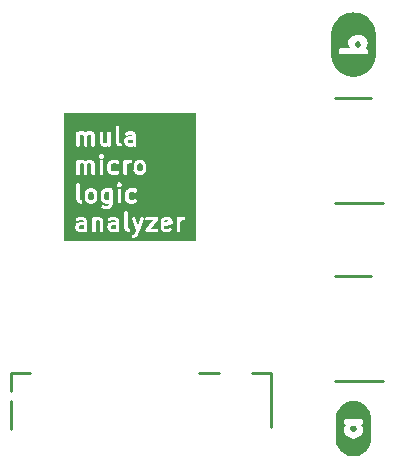
<source format=gbr>
%TF.GenerationSoftware,KiCad,Pcbnew,7.0.5-0*%
%TF.CreationDate,2023-07-31T21:43:18-04:00*%
%TF.ProjectId,carrier-arm14,63617272-6965-4722-9d61-726d31342e6b,rev?*%
%TF.SameCoordinates,Original*%
%TF.FileFunction,Legend,Top*%
%TF.FilePolarity,Positive*%
%FSLAX46Y46*%
G04 Gerber Fmt 4.6, Leading zero omitted, Abs format (unit mm)*
G04 Created by KiCad (PCBNEW 7.0.5-0) date 2023-07-31 21:43:18*
%MOMM*%
%LPD*%
G01*
G04 APERTURE LIST*
%ADD10C,0.300000*%
%ADD11C,0.250000*%
G04 APERTURE END LIST*
D10*
G36*
X129597368Y-82154500D02*
G01*
X129597368Y-82411694D01*
X129569101Y-82425828D01*
X129282777Y-82425828D01*
X129216313Y-82392596D01*
X129183082Y-82326132D01*
X129183082Y-82254094D01*
X129216313Y-82187631D01*
X129282778Y-82154400D01*
X129596434Y-82154400D01*
X129597368Y-82154500D01*
G37*
G36*
X132311654Y-82154500D02*
G01*
X132311654Y-82411694D01*
X132283387Y-82425828D01*
X131997063Y-82425828D01*
X131930599Y-82392596D01*
X131897367Y-82326132D01*
X131897367Y-82254094D01*
X131930599Y-82187631D01*
X131997064Y-82154400D01*
X132310720Y-82154400D01*
X132311654Y-82154500D01*
G37*
G36*
X136778422Y-81759060D02*
G01*
X136804597Y-81811411D01*
X136397368Y-81892857D01*
X136397368Y-81825523D01*
X136430599Y-81759060D01*
X136497065Y-81725828D01*
X136711957Y-81725828D01*
X136778422Y-81759060D01*
G37*
G36*
X131740225Y-79324962D02*
G01*
X131740225Y-79996694D01*
X131711958Y-80010828D01*
X131497063Y-80010828D01*
X131407649Y-79966121D01*
X131370644Y-79929116D01*
X131325939Y-79839703D01*
X131325939Y-79481951D01*
X131370645Y-79392538D01*
X131407649Y-79355534D01*
X131497063Y-79310828D01*
X131711957Y-79310828D01*
X131740225Y-79324962D01*
G37*
G36*
X130372800Y-79355535D02*
G01*
X130409803Y-79392538D01*
X130454510Y-79481952D01*
X130454510Y-79839704D01*
X130409803Y-79929117D01*
X130372798Y-79966122D01*
X130283386Y-80010828D01*
X130139920Y-80010828D01*
X130050506Y-79966121D01*
X130013501Y-79929116D01*
X129968796Y-79839703D01*
X129968796Y-79481951D01*
X130013502Y-79392538D01*
X130050506Y-79355534D01*
X130139920Y-79310828D01*
X130283385Y-79310828D01*
X130372800Y-79355535D01*
G37*
G36*
X134515657Y-76940535D02*
G01*
X134552660Y-76977538D01*
X134597367Y-77066952D01*
X134597367Y-77424703D01*
X134552659Y-77514118D01*
X134515655Y-77551122D01*
X134426243Y-77595828D01*
X134282777Y-77595828D01*
X134193363Y-77551121D01*
X134156358Y-77514116D01*
X134111653Y-77424703D01*
X134111653Y-77066951D01*
X134156359Y-76977538D01*
X134193363Y-76940534D01*
X134282777Y-76895828D01*
X134426242Y-76895828D01*
X134515657Y-76940535D01*
G37*
G36*
X133740224Y-74909500D02*
G01*
X133740225Y-75166694D01*
X133711958Y-75180828D01*
X133425634Y-75180828D01*
X133359170Y-75147596D01*
X133325938Y-75081132D01*
X133325938Y-75009094D01*
X133359170Y-74942631D01*
X133425635Y-74909400D01*
X133739291Y-74909400D01*
X133740224Y-74909500D01*
G37*
G36*
X139092857Y-83439286D02*
G01*
X127885714Y-83439286D01*
X127885714Y-83081337D01*
X133662561Y-83081337D01*
X133690340Y-83164930D01*
X133758904Y-83220234D01*
X133846483Y-83229689D01*
X134011913Y-83146974D01*
X134036575Y-83141610D01*
X134065786Y-83112398D01*
X134096066Y-83084233D01*
X134096792Y-83081392D01*
X134130308Y-83047876D01*
X134155996Y-83029573D01*
X134169024Y-82997002D01*
X134185843Y-82966202D01*
X134185160Y-82956661D01*
X134299980Y-82669611D01*
X134302387Y-82667757D01*
X134305484Y-82659083D01*
X134312089Y-82652661D01*
X134319462Y-82620906D01*
X134323221Y-82611511D01*
X134323492Y-82608662D01*
X134340502Y-82561034D01*
X134806021Y-82561034D01*
X134809584Y-82579481D01*
X134806911Y-82598077D01*
X134817771Y-82621858D01*
X134822730Y-82647523D01*
X134835698Y-82661112D01*
X134843504Y-82678204D01*
X134865497Y-82692338D01*
X134883545Y-82711250D01*
X134901805Y-82715671D01*
X134917609Y-82725828D01*
X134943748Y-82725828D01*
X134969158Y-82731981D01*
X134986911Y-82725828D01*
X135768936Y-82725828D01*
X135831888Y-82707344D01*
X135889573Y-82640771D01*
X135902110Y-82553579D01*
X135865517Y-82473452D01*
X135791412Y-82425828D01*
X135270273Y-82425828D01*
X135756576Y-81806896D01*
X136091938Y-81806896D01*
X136097368Y-81819988D01*
X136097368Y-82036197D01*
X136095188Y-82040035D01*
X136097368Y-82079932D01*
X136097368Y-82353469D01*
X136093507Y-82389229D01*
X136107214Y-82416644D01*
X136115852Y-82446062D01*
X136126563Y-82455343D01*
X136167542Y-82537302D01*
X136167337Y-82543131D01*
X136187058Y-82576335D01*
X136194277Y-82590773D01*
X136198029Y-82594807D01*
X136212320Y-82618868D01*
X136227443Y-82626429D01*
X136238962Y-82638813D01*
X136266079Y-82645747D01*
X136387350Y-82706381D01*
X136417610Y-82725828D01*
X136448262Y-82725828D01*
X136478436Y-82731258D01*
X136491528Y-82725828D01*
X136739292Y-82725828D01*
X136775055Y-82729689D01*
X136802469Y-82715981D01*
X136831888Y-82707344D01*
X136841169Y-82696632D01*
X136976598Y-82628919D01*
X137024638Y-82584233D01*
X137046461Y-82498891D01*
X137018681Y-82415297D01*
X136950117Y-82359994D01*
X136862538Y-82350539D01*
X136711958Y-82425828D01*
X136497063Y-82425828D01*
X136430599Y-82392596D01*
X136397368Y-82326132D01*
X136397368Y-82198798D01*
X136965806Y-82085110D01*
X136983903Y-82087713D01*
X137008140Y-82076644D01*
X137012221Y-82075828D01*
X137027685Y-82067718D01*
X137064030Y-82051120D01*
X137066416Y-82047406D01*
X137070325Y-82045357D01*
X137090057Y-82010620D01*
X137111654Y-81977015D01*
X137111654Y-81972601D01*
X137113834Y-81968764D01*
X137111654Y-81928866D01*
X137111654Y-81878323D01*
X137449080Y-81878323D01*
X137454510Y-81891415D01*
X137454510Y-82597396D01*
X137472994Y-82660348D01*
X137539567Y-82718033D01*
X137626759Y-82730570D01*
X137706886Y-82693977D01*
X137754510Y-82619872D01*
X137754510Y-81896953D01*
X137799217Y-81807538D01*
X137836221Y-81770534D01*
X137925635Y-81725828D01*
X138054650Y-81725828D01*
X138117602Y-81707344D01*
X138175287Y-81640771D01*
X138187824Y-81553579D01*
X138151231Y-81473452D01*
X138077126Y-81425828D01*
X137898300Y-81425828D01*
X137862536Y-81421967D01*
X137835120Y-81435675D01*
X137805705Y-81444312D01*
X137796423Y-81455023D01*
X137731572Y-81487449D01*
X137669453Y-81433623D01*
X137582261Y-81421086D01*
X137502134Y-81457679D01*
X137454510Y-81531784D01*
X137454510Y-81848151D01*
X137449080Y-81878323D01*
X137111654Y-81878323D01*
X137111654Y-81798188D01*
X137115515Y-81762425D01*
X137101806Y-81735009D01*
X137093170Y-81705594D01*
X137082458Y-81696312D01*
X137041479Y-81614356D01*
X137041685Y-81608527D01*
X137021957Y-81575313D01*
X137014743Y-81560884D01*
X137010992Y-81556852D01*
X136996701Y-81532790D01*
X136981577Y-81525228D01*
X136970058Y-81512844D01*
X136942942Y-81505910D01*
X136821677Y-81445278D01*
X136791412Y-81425828D01*
X136760759Y-81425828D01*
X136730587Y-81420398D01*
X136717495Y-81425828D01*
X136469730Y-81425828D01*
X136433966Y-81421967D01*
X136406550Y-81435674D01*
X136377134Y-81444312D01*
X136367852Y-81455023D01*
X136285894Y-81496002D01*
X136280066Y-81495797D01*
X136246861Y-81515518D01*
X136232423Y-81522738D01*
X136228388Y-81526490D01*
X136204329Y-81540781D01*
X136196767Y-81555904D01*
X136184383Y-81567424D01*
X136177449Y-81594540D01*
X136116813Y-81715811D01*
X136097368Y-81746070D01*
X136097368Y-81776721D01*
X136091938Y-81806896D01*
X135756576Y-81806896D01*
X135863087Y-81671337D01*
X135889573Y-81640771D01*
X135893293Y-81614898D01*
X135903000Y-81590622D01*
X135899436Y-81572174D01*
X135902110Y-81553579D01*
X135891249Y-81529797D01*
X135886291Y-81504133D01*
X135873322Y-81490543D01*
X135865517Y-81473452D01*
X135843523Y-81459317D01*
X135825476Y-81440406D01*
X135807215Y-81435984D01*
X135791412Y-81425828D01*
X135765273Y-81425828D01*
X135739863Y-81419675D01*
X135722110Y-81425828D01*
X134940085Y-81425828D01*
X134877133Y-81444312D01*
X134819448Y-81510885D01*
X134806911Y-81598077D01*
X134843504Y-81678204D01*
X134917609Y-81725828D01*
X135438748Y-81725828D01*
X134845933Y-82480318D01*
X134819448Y-82510885D01*
X134815727Y-82536757D01*
X134806021Y-82561034D01*
X134340502Y-82561034D01*
X134681597Y-81605967D01*
X134685363Y-81540466D01*
X134642070Y-81463750D01*
X134564175Y-81422618D01*
X134476408Y-81430129D01*
X134406634Y-81483900D01*
X134175939Y-82129846D01*
X133952803Y-81505066D01*
X133914223Y-81451998D01*
X133832127Y-81420065D01*
X133745798Y-81437584D01*
X133682646Y-81498995D01*
X133662721Y-81584800D01*
X134015586Y-82572821D01*
X133905244Y-82848676D01*
X133872798Y-82881122D01*
X133732423Y-82951309D01*
X133684383Y-82995995D01*
X133662561Y-83081337D01*
X127885714Y-83081337D01*
X127885714Y-82235467D01*
X128877652Y-82235467D01*
X128883082Y-82248559D01*
X128883082Y-82353469D01*
X128879221Y-82389229D01*
X128892928Y-82416644D01*
X128901566Y-82446062D01*
X128912277Y-82455343D01*
X128953256Y-82537302D01*
X128953051Y-82543131D01*
X128972772Y-82576335D01*
X128979991Y-82590773D01*
X128983743Y-82594807D01*
X128998034Y-82618868D01*
X129013157Y-82626429D01*
X129024676Y-82638813D01*
X129051793Y-82645747D01*
X129173064Y-82706381D01*
X129203324Y-82725828D01*
X129233976Y-82725828D01*
X129264150Y-82731258D01*
X129277242Y-82725828D01*
X129596437Y-82725828D01*
X129632197Y-82729689D01*
X129659612Y-82715981D01*
X129674882Y-82711497D01*
X129682425Y-82718033D01*
X129769617Y-82730570D01*
X129849744Y-82693977D01*
X129897368Y-82619872D01*
X129897368Y-82523278D01*
X129903604Y-82498891D01*
X129897368Y-82480126D01*
X129897368Y-81951845D01*
X129903603Y-81927462D01*
X129897368Y-81908699D01*
X129897368Y-81798188D01*
X129901229Y-81762425D01*
X129887520Y-81735009D01*
X129878884Y-81705594D01*
X129868172Y-81696312D01*
X129862742Y-81685453D01*
X130308893Y-81685453D01*
X130311653Y-81724043D01*
X130311653Y-82597396D01*
X130330137Y-82660348D01*
X130396710Y-82718033D01*
X130483902Y-82730570D01*
X130564029Y-82693977D01*
X130611653Y-82619872D01*
X130611653Y-81780817D01*
X130621935Y-81770534D01*
X130711349Y-81725828D01*
X130854814Y-81725828D01*
X130921279Y-81759060D01*
X130954511Y-81825523D01*
X130954511Y-82597396D01*
X130972995Y-82660348D01*
X131039568Y-82718033D01*
X131126760Y-82730570D01*
X131206887Y-82693977D01*
X131254511Y-82619872D01*
X131254511Y-82235467D01*
X131591938Y-82235467D01*
X131597368Y-82248559D01*
X131597368Y-82353469D01*
X131593507Y-82389229D01*
X131607214Y-82416644D01*
X131615852Y-82446062D01*
X131626563Y-82455343D01*
X131667542Y-82537302D01*
X131667337Y-82543131D01*
X131687058Y-82576335D01*
X131694277Y-82590773D01*
X131698029Y-82594807D01*
X131712320Y-82618868D01*
X131727443Y-82626429D01*
X131738962Y-82638813D01*
X131766079Y-82645747D01*
X131887350Y-82706381D01*
X131917610Y-82725828D01*
X131948262Y-82725828D01*
X131978436Y-82731258D01*
X131991528Y-82725828D01*
X132310723Y-82725828D01*
X132346483Y-82729689D01*
X132373898Y-82715981D01*
X132389168Y-82711497D01*
X132396711Y-82718033D01*
X132483903Y-82730570D01*
X132564030Y-82693977D01*
X132611654Y-82619872D01*
X132611653Y-82523278D01*
X132617890Y-82498891D01*
X132611654Y-82480126D01*
X132611654Y-82389230D01*
X133022078Y-82389230D01*
X133035785Y-82416645D01*
X133044423Y-82446062D01*
X133055134Y-82455343D01*
X133096113Y-82537301D01*
X133095908Y-82543130D01*
X133115629Y-82576334D01*
X133122849Y-82590773D01*
X133126601Y-82594807D01*
X133140892Y-82618867D01*
X133156015Y-82626428D01*
X133167535Y-82638813D01*
X133194651Y-82645746D01*
X133342435Y-82719638D01*
X133407007Y-82731258D01*
X133488374Y-82697511D01*
X133538581Y-82625130D01*
X133541685Y-82537098D01*
X133496701Y-82461361D01*
X133359171Y-82392596D01*
X133325939Y-82326131D01*
X133325939Y-81054260D01*
X133307455Y-80991308D01*
X133240882Y-80933623D01*
X133153690Y-80921086D01*
X133073563Y-80957679D01*
X133025939Y-81031784D01*
X133025939Y-82353466D01*
X133022078Y-82389230D01*
X132611654Y-82389230D01*
X132611654Y-81951845D01*
X132617889Y-81927462D01*
X132611654Y-81908699D01*
X132611654Y-81798188D01*
X132615515Y-81762425D01*
X132601806Y-81735009D01*
X132593170Y-81705594D01*
X132582458Y-81696312D01*
X132541479Y-81614356D01*
X132541685Y-81608527D01*
X132521957Y-81575313D01*
X132514743Y-81560884D01*
X132510992Y-81556852D01*
X132496701Y-81532790D01*
X132481577Y-81525228D01*
X132470058Y-81512844D01*
X132442942Y-81505910D01*
X132321677Y-81445278D01*
X132291412Y-81425828D01*
X132260759Y-81425828D01*
X132230587Y-81420398D01*
X132217495Y-81425828D01*
X131969730Y-81425828D01*
X131933966Y-81421967D01*
X131906550Y-81435674D01*
X131877134Y-81444312D01*
X131867852Y-81455023D01*
X131732423Y-81522738D01*
X131684383Y-81567424D01*
X131662561Y-81652766D01*
X131690341Y-81736360D01*
X131758904Y-81791663D01*
X131846484Y-81801118D01*
X131997065Y-81725828D01*
X132211957Y-81725828D01*
X132278422Y-81759060D01*
X132311654Y-81825523D01*
X132311654Y-81840265D01*
X132283385Y-81854400D01*
X131969731Y-81854400D01*
X131933967Y-81850539D01*
X131906552Y-81864246D01*
X131877134Y-81872884D01*
X131867852Y-81883595D01*
X131785895Y-81924573D01*
X131780066Y-81924368D01*
X131746855Y-81944093D01*
X131732424Y-81951309D01*
X131728390Y-81955060D01*
X131704329Y-81969352D01*
X131696767Y-81984475D01*
X131684384Y-81995994D01*
X131677450Y-82023109D01*
X131616813Y-82144382D01*
X131597368Y-82174641D01*
X131597368Y-82205292D01*
X131591938Y-82235467D01*
X131254511Y-82235467D01*
X131254510Y-81798188D01*
X131258372Y-81762425D01*
X131244663Y-81735009D01*
X131236027Y-81705594D01*
X131225315Y-81696312D01*
X131184336Y-81614356D01*
X131184542Y-81608527D01*
X131164814Y-81575313D01*
X131157600Y-81560884D01*
X131153849Y-81556852D01*
X131139558Y-81532790D01*
X131124434Y-81525228D01*
X131112915Y-81512844D01*
X131085799Y-81505910D01*
X130964534Y-81445278D01*
X130934269Y-81425828D01*
X130903616Y-81425828D01*
X130873444Y-81420398D01*
X130860352Y-81425828D01*
X130684014Y-81425828D01*
X130648250Y-81421967D01*
X130620834Y-81435675D01*
X130591419Y-81444312D01*
X130582137Y-81455023D01*
X130562579Y-81464802D01*
X130526596Y-81433623D01*
X130439404Y-81421086D01*
X130359277Y-81457679D01*
X130311653Y-81531784D01*
X130311653Y-81680398D01*
X130308893Y-81685453D01*
X129862742Y-81685453D01*
X129827193Y-81614356D01*
X129827399Y-81608527D01*
X129807671Y-81575313D01*
X129800457Y-81560884D01*
X129796706Y-81556852D01*
X129782415Y-81532790D01*
X129767291Y-81525228D01*
X129755772Y-81512844D01*
X129728656Y-81505910D01*
X129607391Y-81445278D01*
X129577126Y-81425828D01*
X129546473Y-81425828D01*
X129516301Y-81420398D01*
X129503209Y-81425828D01*
X129255444Y-81425828D01*
X129219680Y-81421967D01*
X129192264Y-81435674D01*
X129162848Y-81444312D01*
X129153566Y-81455023D01*
X129018137Y-81522738D01*
X128970097Y-81567424D01*
X128948275Y-81652766D01*
X128976055Y-81736360D01*
X129044618Y-81791663D01*
X129132198Y-81801118D01*
X129282779Y-81725828D01*
X129497671Y-81725828D01*
X129564136Y-81759060D01*
X129597368Y-81825523D01*
X129597368Y-81840265D01*
X129569099Y-81854400D01*
X129255445Y-81854400D01*
X129219681Y-81850539D01*
X129192266Y-81864246D01*
X129162848Y-81872884D01*
X129153566Y-81883595D01*
X129071609Y-81924573D01*
X129065780Y-81924368D01*
X129032569Y-81944093D01*
X129018138Y-81951309D01*
X129014104Y-81955060D01*
X128990043Y-81969352D01*
X128982481Y-81984475D01*
X128970098Y-81995994D01*
X128963164Y-82023109D01*
X128902527Y-82144382D01*
X128883082Y-82174641D01*
X128883082Y-82205292D01*
X128877652Y-82235467D01*
X127885714Y-82235467D01*
X127885714Y-79974230D01*
X128950649Y-79974230D01*
X128964356Y-80001645D01*
X128972994Y-80031062D01*
X128983705Y-80040343D01*
X129024684Y-80122301D01*
X129024479Y-80128130D01*
X129044200Y-80161334D01*
X129051420Y-80175773D01*
X129055172Y-80179807D01*
X129069463Y-80203867D01*
X129084586Y-80211428D01*
X129096106Y-80223813D01*
X129123222Y-80230746D01*
X129271006Y-80304638D01*
X129335578Y-80316258D01*
X129416945Y-80282511D01*
X129467152Y-80210130D01*
X129470256Y-80122098D01*
X129425272Y-80046361D01*
X129287742Y-79977596D01*
X129254510Y-79911131D01*
X129254510Y-79463324D01*
X129663366Y-79463324D01*
X129668796Y-79476416D01*
X129668796Y-79867037D01*
X129664935Y-79902801D01*
X129678642Y-79930215D01*
X129687280Y-79959634D01*
X129697991Y-79968915D01*
X129747649Y-80068231D01*
X129753014Y-80092893D01*
X129782219Y-80122098D01*
X129810391Y-80152384D01*
X129813231Y-80153110D01*
X129842288Y-80182167D01*
X129855177Y-80203867D01*
X129892126Y-80222341D01*
X129928422Y-80242161D01*
X129931346Y-80241951D01*
X130030204Y-80291380D01*
X130060466Y-80310828D01*
X130091118Y-80310828D01*
X130121292Y-80316258D01*
X130134384Y-80310828D01*
X130310720Y-80310828D01*
X130346483Y-80314689D01*
X130373897Y-80300981D01*
X130403316Y-80292344D01*
X130412597Y-80281632D01*
X130511913Y-80231974D01*
X130536575Y-80226610D01*
X130565786Y-80197398D01*
X130596066Y-80169233D01*
X130596792Y-80166392D01*
X130625849Y-80137335D01*
X130647549Y-80124447D01*
X130666023Y-80087497D01*
X130685843Y-80051202D01*
X130685633Y-80048277D01*
X130735062Y-79949419D01*
X130754510Y-79919158D01*
X130754510Y-79888506D01*
X130759940Y-79858332D01*
X130754510Y-79845239D01*
X130754510Y-79463324D01*
X131020509Y-79463324D01*
X131025939Y-79476416D01*
X131025939Y-79867037D01*
X131022078Y-79902801D01*
X131035785Y-79930215D01*
X131044423Y-79959634D01*
X131055134Y-79968915D01*
X131104792Y-80068231D01*
X131110157Y-80092893D01*
X131139362Y-80122098D01*
X131167534Y-80152384D01*
X131170374Y-80153110D01*
X131199431Y-80182167D01*
X131212320Y-80203867D01*
X131249269Y-80222341D01*
X131285565Y-80242161D01*
X131288489Y-80241951D01*
X131387347Y-80291380D01*
X131417609Y-80310828D01*
X131448261Y-80310828D01*
X131478435Y-80316258D01*
X131491527Y-80310828D01*
X131739294Y-80310828D01*
X131740225Y-80310928D01*
X131740225Y-80339704D01*
X131695519Y-80429115D01*
X131658512Y-80466122D01*
X131569100Y-80510828D01*
X131425634Y-80510828D01*
X131295157Y-80445590D01*
X131230585Y-80433970D01*
X131149218Y-80467718D01*
X131099011Y-80540098D01*
X131095908Y-80628131D01*
X131140891Y-80703868D01*
X131315921Y-80791381D01*
X131346181Y-80810828D01*
X131376833Y-80810828D01*
X131407007Y-80816258D01*
X131420099Y-80810828D01*
X131596434Y-80810828D01*
X131632197Y-80814689D01*
X131659611Y-80800981D01*
X131689030Y-80792344D01*
X131698311Y-80781632D01*
X131797627Y-80731974D01*
X131822289Y-80726610D01*
X131851500Y-80697398D01*
X131881780Y-80669233D01*
X131882506Y-80666392D01*
X131911561Y-80637337D01*
X131933263Y-80624448D01*
X131951744Y-80587485D01*
X131971557Y-80551202D01*
X131971347Y-80548278D01*
X132020777Y-80449419D01*
X132040225Y-80419158D01*
X132040225Y-80388505D01*
X132045655Y-80358333D01*
X132040225Y-80345240D01*
X132040225Y-80182396D01*
X132454510Y-80182396D01*
X132472994Y-80245348D01*
X132539567Y-80303033D01*
X132626759Y-80315570D01*
X132706886Y-80278977D01*
X132754510Y-80204872D01*
X132754510Y-79463324D01*
X133091938Y-79463324D01*
X133097368Y-79476416D01*
X133097367Y-79867037D01*
X133093507Y-79902801D01*
X133107214Y-79930215D01*
X133115852Y-79959634D01*
X133126563Y-79968915D01*
X133176221Y-80068231D01*
X133181586Y-80092893D01*
X133210791Y-80122098D01*
X133238963Y-80152384D01*
X133241803Y-80153110D01*
X133270860Y-80182167D01*
X133283749Y-80203867D01*
X133320698Y-80222341D01*
X133356994Y-80242161D01*
X133359918Y-80241951D01*
X133458776Y-80291380D01*
X133489038Y-80310828D01*
X133519690Y-80310828D01*
X133549864Y-80316258D01*
X133562956Y-80310828D01*
X133810723Y-80310828D01*
X133846483Y-80314689D01*
X133873898Y-80300981D01*
X133903316Y-80292344D01*
X133912597Y-80281632D01*
X134048027Y-80213919D01*
X134096067Y-80169234D01*
X134117890Y-80083891D01*
X134090110Y-80000298D01*
X134021547Y-79944994D01*
X133933967Y-79935539D01*
X133783387Y-80010828D01*
X133568492Y-80010828D01*
X133479078Y-79966121D01*
X133442073Y-79929116D01*
X133397367Y-79839703D01*
X133397368Y-79481951D01*
X133442074Y-79392538D01*
X133479078Y-79355534D01*
X133568492Y-79310828D01*
X133783386Y-79310828D01*
X133913863Y-79376067D01*
X133978435Y-79387687D01*
X134059803Y-79353940D01*
X134110009Y-79281560D01*
X134113114Y-79193527D01*
X134068130Y-79117790D01*
X133893098Y-79030273D01*
X133862840Y-79010828D01*
X133832189Y-79010828D01*
X133802015Y-79005398D01*
X133788923Y-79010828D01*
X133541157Y-79010828D01*
X133505393Y-79006967D01*
X133477977Y-79020675D01*
X133448562Y-79029312D01*
X133439280Y-79040023D01*
X133339965Y-79089682D01*
X133315304Y-79095047D01*
X133286089Y-79124261D01*
X133255812Y-79152424D01*
X133255085Y-79155264D01*
X133226029Y-79184319D01*
X133204329Y-79197209D01*
X133185848Y-79234169D01*
X133166036Y-79270453D01*
X133166245Y-79273376D01*
X133116813Y-79372239D01*
X133097368Y-79402498D01*
X133097368Y-79433149D01*
X133091938Y-79463324D01*
X132754510Y-79463324D01*
X132754510Y-79139260D01*
X132736026Y-79076308D01*
X132669453Y-79018623D01*
X132582261Y-79006086D01*
X132502134Y-79042679D01*
X132454510Y-79116784D01*
X132454510Y-80182396D01*
X132040225Y-80182396D01*
X132040225Y-80108278D01*
X132046461Y-80083891D01*
X132040225Y-80065126D01*
X132040225Y-79234920D01*
X132041685Y-79193527D01*
X132040225Y-79191068D01*
X132040225Y-79139260D01*
X132021741Y-79076308D01*
X131955168Y-79018623D01*
X131867976Y-79006086D01*
X131818904Y-79028496D01*
X131791411Y-79010828D01*
X131760760Y-79010828D01*
X131730586Y-79005398D01*
X131717494Y-79010828D01*
X131469728Y-79010828D01*
X131433964Y-79006967D01*
X131406548Y-79020675D01*
X131377133Y-79029312D01*
X131367851Y-79040023D01*
X131268536Y-79089682D01*
X131243875Y-79095047D01*
X131214660Y-79124261D01*
X131184383Y-79152424D01*
X131183656Y-79155264D01*
X131154600Y-79184319D01*
X131132900Y-79197209D01*
X131114419Y-79234169D01*
X131094607Y-79270453D01*
X131094816Y-79273376D01*
X131045384Y-79372239D01*
X131025939Y-79402498D01*
X131025939Y-79433149D01*
X131020509Y-79463324D01*
X130754510Y-79463324D01*
X130754510Y-79454618D01*
X130758371Y-79418855D01*
X130744663Y-79391440D01*
X130736026Y-79362022D01*
X130725314Y-79352740D01*
X130675656Y-79253422D01*
X130670291Y-79228762D01*
X130641083Y-79199554D01*
X130612915Y-79169272D01*
X130610074Y-79168545D01*
X130581016Y-79139488D01*
X130568129Y-79117790D01*
X130531179Y-79099315D01*
X130494883Y-79079496D01*
X130491959Y-79079705D01*
X130393105Y-79030278D01*
X130362840Y-79010828D01*
X130332187Y-79010828D01*
X130302015Y-79005398D01*
X130288923Y-79010828D01*
X130112585Y-79010828D01*
X130076821Y-79006967D01*
X130049405Y-79020675D01*
X130019990Y-79029312D01*
X130010708Y-79040023D01*
X129911393Y-79089682D01*
X129886732Y-79095047D01*
X129857517Y-79124261D01*
X129827240Y-79152424D01*
X129826513Y-79155264D01*
X129797457Y-79184319D01*
X129775757Y-79197209D01*
X129757276Y-79234169D01*
X129737464Y-79270453D01*
X129737673Y-79273376D01*
X129688241Y-79372239D01*
X129668796Y-79402498D01*
X129668796Y-79433149D01*
X129663366Y-79463324D01*
X129254510Y-79463324D01*
X129254510Y-78721104D01*
X132377147Y-78721104D01*
X132384229Y-78753661D01*
X132386607Y-78786891D01*
X132393445Y-78796026D01*
X132395872Y-78807179D01*
X132419428Y-78830735D01*
X132439396Y-78857409D01*
X132450090Y-78861397D01*
X132471371Y-78882678D01*
X132472994Y-78888205D01*
X132494092Y-78906486D01*
X132510822Y-78928836D01*
X132526735Y-78934771D01*
X132539567Y-78945890D01*
X132556373Y-78948306D01*
X132571278Y-78956445D01*
X132582660Y-78955630D01*
X132593356Y-78959620D01*
X132609949Y-78956010D01*
X132626759Y-78958427D01*
X132642208Y-78951371D01*
X132659142Y-78950160D01*
X132668277Y-78943321D01*
X132679431Y-78940895D01*
X132691436Y-78928889D01*
X132706886Y-78921834D01*
X132716067Y-78907546D01*
X132729661Y-78897371D01*
X132733649Y-78886677D01*
X132774413Y-78845914D01*
X132801091Y-78825944D01*
X132812735Y-78794723D01*
X132828699Y-78765489D01*
X132827884Y-78754105D01*
X132831874Y-78743410D01*
X132824791Y-78710852D01*
X132822415Y-78677626D01*
X132815575Y-78668489D01*
X132813149Y-78657335D01*
X132789591Y-78633777D01*
X132769626Y-78607106D01*
X132758930Y-78603116D01*
X132737648Y-78581834D01*
X132736026Y-78576308D01*
X132714925Y-78558024D01*
X132698196Y-78535676D01*
X132682284Y-78529741D01*
X132669453Y-78518623D01*
X132652647Y-78516206D01*
X132637741Y-78508067D01*
X132626355Y-78508881D01*
X132615662Y-78504893D01*
X132599069Y-78508502D01*
X132582261Y-78506086D01*
X132566813Y-78513140D01*
X132549878Y-78514352D01*
X132540739Y-78521192D01*
X132529587Y-78523619D01*
X132517582Y-78535624D01*
X132502134Y-78542679D01*
X132492954Y-78556963D01*
X132479358Y-78567141D01*
X132475368Y-78577838D01*
X132434604Y-78618602D01*
X132407930Y-78638570D01*
X132396286Y-78669788D01*
X132380321Y-78699027D01*
X132381135Y-78710410D01*
X132377147Y-78721104D01*
X129254510Y-78721104D01*
X129254510Y-78639260D01*
X129236026Y-78576308D01*
X129169453Y-78518623D01*
X129082261Y-78506086D01*
X129002134Y-78542679D01*
X128954510Y-78616784D01*
X128954510Y-79938466D01*
X128950649Y-79974230D01*
X127885714Y-79974230D01*
X127885714Y-76855453D01*
X128951750Y-76855453D01*
X128954510Y-76894043D01*
X128954510Y-77767396D01*
X128972994Y-77830348D01*
X129039567Y-77888033D01*
X129126759Y-77900570D01*
X129206886Y-77863977D01*
X129254510Y-77789872D01*
X129254510Y-76950817D01*
X129264792Y-76940534D01*
X129354206Y-76895828D01*
X129497671Y-76895828D01*
X129564136Y-76929060D01*
X129597368Y-76995523D01*
X129597368Y-77767396D01*
X129615852Y-77830348D01*
X129682425Y-77888033D01*
X129769617Y-77900570D01*
X129849744Y-77863977D01*
X129897368Y-77789872D01*
X129897368Y-76995523D01*
X129930599Y-76929059D01*
X129997063Y-76895828D01*
X130140528Y-76895828D01*
X130206993Y-76929060D01*
X130240224Y-76995523D01*
X130240225Y-77767396D01*
X130258709Y-77830348D01*
X130325282Y-77888033D01*
X130412474Y-77900570D01*
X130492601Y-77863977D01*
X130540225Y-77789872D01*
X130540225Y-77767396D01*
X130954510Y-77767396D01*
X130972994Y-77830348D01*
X131039567Y-77888033D01*
X131126759Y-77900570D01*
X131206886Y-77863977D01*
X131254510Y-77789872D01*
X131254510Y-77048324D01*
X131591938Y-77048324D01*
X131597368Y-77061416D01*
X131597367Y-77452037D01*
X131593507Y-77487801D01*
X131607214Y-77515215D01*
X131615852Y-77544634D01*
X131626563Y-77553915D01*
X131676221Y-77653231D01*
X131681586Y-77677893D01*
X131710791Y-77707098D01*
X131738963Y-77737384D01*
X131741803Y-77738110D01*
X131770860Y-77767167D01*
X131783749Y-77788867D01*
X131820698Y-77807341D01*
X131856994Y-77827161D01*
X131859918Y-77826951D01*
X131958776Y-77876380D01*
X131989038Y-77895828D01*
X132019690Y-77895828D01*
X132049864Y-77901258D01*
X132062956Y-77895828D01*
X132310723Y-77895828D01*
X132346483Y-77899689D01*
X132373898Y-77885981D01*
X132403316Y-77877344D01*
X132412597Y-77866632D01*
X132548027Y-77798919D01*
X132596067Y-77754234D01*
X132617890Y-77668891D01*
X132590110Y-77585298D01*
X132521547Y-77529994D01*
X132433967Y-77520539D01*
X132283387Y-77595828D01*
X132068492Y-77595828D01*
X131979078Y-77551121D01*
X131942073Y-77514116D01*
X131897368Y-77424703D01*
X131897368Y-77066951D01*
X131906682Y-77048323D01*
X132949080Y-77048323D01*
X132954509Y-77061415D01*
X132954510Y-77767396D01*
X132972994Y-77830348D01*
X133039567Y-77888033D01*
X133126759Y-77900570D01*
X133206886Y-77863977D01*
X133254510Y-77789872D01*
X133254510Y-77066952D01*
X133263824Y-77048324D01*
X133806223Y-77048324D01*
X133811653Y-77061416D01*
X133811653Y-77452037D01*
X133807792Y-77487801D01*
X133821499Y-77515215D01*
X133830137Y-77544634D01*
X133840848Y-77553915D01*
X133890506Y-77653231D01*
X133895871Y-77677893D01*
X133925076Y-77707098D01*
X133953248Y-77737384D01*
X133956088Y-77738110D01*
X133985145Y-77767167D01*
X133998034Y-77788867D01*
X134034983Y-77807341D01*
X134071279Y-77827161D01*
X134074203Y-77826951D01*
X134173061Y-77876380D01*
X134203323Y-77895828D01*
X134233975Y-77895828D01*
X134264149Y-77901258D01*
X134277241Y-77895828D01*
X134453577Y-77895828D01*
X134489340Y-77899689D01*
X134516754Y-77885981D01*
X134546173Y-77877344D01*
X134555454Y-77866632D01*
X134654770Y-77816974D01*
X134679432Y-77811610D01*
X134708643Y-77782398D01*
X134738923Y-77754233D01*
X134739649Y-77751392D01*
X134768706Y-77722335D01*
X134790406Y-77709447D01*
X134808880Y-77672497D01*
X134828700Y-77636202D01*
X134828490Y-77633277D01*
X134877919Y-77534419D01*
X134897367Y-77504158D01*
X134897367Y-77473506D01*
X134902797Y-77443332D01*
X134897367Y-77430239D01*
X134897367Y-77039618D01*
X134901228Y-77003855D01*
X134887520Y-76976440D01*
X134878883Y-76947022D01*
X134868171Y-76937740D01*
X134818513Y-76838422D01*
X134813148Y-76813762D01*
X134783940Y-76784554D01*
X134755772Y-76754272D01*
X134752931Y-76753545D01*
X134723873Y-76724488D01*
X134710986Y-76702790D01*
X134674036Y-76684315D01*
X134637740Y-76664496D01*
X134634816Y-76664705D01*
X134535962Y-76615278D01*
X134505697Y-76595828D01*
X134475044Y-76595828D01*
X134444872Y-76590398D01*
X134431780Y-76595828D01*
X134255442Y-76595828D01*
X134219678Y-76591967D01*
X134192262Y-76605675D01*
X134162847Y-76614312D01*
X134153565Y-76625023D01*
X134054250Y-76674682D01*
X134029589Y-76680047D01*
X134000374Y-76709261D01*
X133970097Y-76737424D01*
X133969370Y-76740264D01*
X133940314Y-76769319D01*
X133918614Y-76782209D01*
X133900133Y-76819169D01*
X133880321Y-76855453D01*
X133880530Y-76858376D01*
X133831098Y-76957239D01*
X133811653Y-76987498D01*
X133811653Y-77018149D01*
X133806223Y-77048324D01*
X133263824Y-77048324D01*
X133299217Y-76977538D01*
X133336221Y-76940534D01*
X133425635Y-76895828D01*
X133554650Y-76895828D01*
X133617602Y-76877344D01*
X133675287Y-76810771D01*
X133687824Y-76723579D01*
X133651231Y-76643452D01*
X133577126Y-76595828D01*
X133398300Y-76595828D01*
X133362536Y-76591967D01*
X133335120Y-76605675D01*
X133305705Y-76614312D01*
X133296423Y-76625023D01*
X133231572Y-76657449D01*
X133169453Y-76603623D01*
X133082261Y-76591086D01*
X133002134Y-76627679D01*
X132954510Y-76701784D01*
X132954510Y-77018151D01*
X132949080Y-77048323D01*
X131906682Y-77048323D01*
X131942074Y-76977538D01*
X131979078Y-76940534D01*
X132068492Y-76895828D01*
X132283386Y-76895828D01*
X132413863Y-76961067D01*
X132478435Y-76972687D01*
X132559803Y-76938940D01*
X132610009Y-76866560D01*
X132613114Y-76778527D01*
X132568130Y-76702790D01*
X132393098Y-76615273D01*
X132362840Y-76595828D01*
X132332189Y-76595828D01*
X132302015Y-76590398D01*
X132288923Y-76595828D01*
X132041157Y-76595828D01*
X132005393Y-76591967D01*
X131977977Y-76605675D01*
X131948562Y-76614312D01*
X131939280Y-76625023D01*
X131839965Y-76674682D01*
X131815304Y-76680047D01*
X131786089Y-76709261D01*
X131755812Y-76737424D01*
X131755085Y-76740264D01*
X131726029Y-76769319D01*
X131704329Y-76782209D01*
X131685848Y-76819169D01*
X131666036Y-76855453D01*
X131666245Y-76858376D01*
X131616813Y-76957239D01*
X131597368Y-76987498D01*
X131597368Y-77018149D01*
X131591938Y-77048324D01*
X131254510Y-77048324D01*
X131254510Y-76724260D01*
X131236026Y-76661308D01*
X131169453Y-76603623D01*
X131082261Y-76591086D01*
X131002134Y-76627679D01*
X130954510Y-76701784D01*
X130954510Y-77767396D01*
X130540225Y-77767396D01*
X130540225Y-76968188D01*
X130544086Y-76932425D01*
X130530377Y-76905009D01*
X130521741Y-76875594D01*
X130511029Y-76866312D01*
X130470050Y-76784356D01*
X130470256Y-76778527D01*
X130450528Y-76745313D01*
X130443314Y-76730884D01*
X130439563Y-76726852D01*
X130425272Y-76702790D01*
X130410148Y-76695228D01*
X130398629Y-76682844D01*
X130371513Y-76675910D01*
X130250248Y-76615278D01*
X130219983Y-76595828D01*
X130189330Y-76595828D01*
X130159158Y-76590398D01*
X130146066Y-76595828D01*
X129969728Y-76595828D01*
X129933964Y-76591967D01*
X129906548Y-76605675D01*
X129877133Y-76614312D01*
X129867851Y-76625023D01*
X129785895Y-76666002D01*
X129780066Y-76665797D01*
X129752691Y-76682056D01*
X129728656Y-76675910D01*
X129607391Y-76615278D01*
X129577126Y-76595828D01*
X129546473Y-76595828D01*
X129516301Y-76590398D01*
X129503209Y-76595828D01*
X129326871Y-76595828D01*
X129291107Y-76591967D01*
X129263691Y-76605675D01*
X129234276Y-76614312D01*
X129224994Y-76625023D01*
X129205436Y-76634802D01*
X129169453Y-76603623D01*
X129082261Y-76591086D01*
X129002134Y-76627679D01*
X128954510Y-76701784D01*
X128954510Y-76850398D01*
X128951750Y-76855453D01*
X127885714Y-76855453D01*
X127885714Y-76306104D01*
X130877147Y-76306104D01*
X130884229Y-76338661D01*
X130886607Y-76371891D01*
X130893445Y-76381026D01*
X130895872Y-76392179D01*
X130919428Y-76415735D01*
X130939396Y-76442409D01*
X130950090Y-76446397D01*
X130971371Y-76467678D01*
X130972994Y-76473205D01*
X130994092Y-76491486D01*
X131010822Y-76513836D01*
X131026735Y-76519771D01*
X131039567Y-76530890D01*
X131056373Y-76533306D01*
X131071278Y-76541445D01*
X131082660Y-76540630D01*
X131093356Y-76544620D01*
X131109949Y-76541010D01*
X131126759Y-76543427D01*
X131142208Y-76536371D01*
X131159142Y-76535160D01*
X131168277Y-76528321D01*
X131179431Y-76525895D01*
X131191436Y-76513889D01*
X131206886Y-76506834D01*
X131216067Y-76492546D01*
X131229661Y-76482371D01*
X131233649Y-76471677D01*
X131274413Y-76430914D01*
X131301091Y-76410944D01*
X131312735Y-76379723D01*
X131328699Y-76350489D01*
X131327884Y-76339105D01*
X131331874Y-76328410D01*
X131324791Y-76295852D01*
X131322415Y-76262626D01*
X131315575Y-76253489D01*
X131313149Y-76242335D01*
X131289591Y-76218777D01*
X131269626Y-76192106D01*
X131258930Y-76188116D01*
X131237648Y-76166834D01*
X131236026Y-76161308D01*
X131214925Y-76143024D01*
X131198196Y-76120676D01*
X131182284Y-76114741D01*
X131169453Y-76103623D01*
X131152647Y-76101206D01*
X131137741Y-76093067D01*
X131126355Y-76093881D01*
X131115662Y-76089893D01*
X131099069Y-76093502D01*
X131082261Y-76091086D01*
X131066813Y-76098140D01*
X131049878Y-76099352D01*
X131040739Y-76106192D01*
X131029587Y-76108619D01*
X131017582Y-76120624D01*
X131002134Y-76127679D01*
X130992954Y-76141963D01*
X130979358Y-76152141D01*
X130975368Y-76162838D01*
X130934604Y-76203602D01*
X130907930Y-76223570D01*
X130896286Y-76254788D01*
X130880321Y-76284027D01*
X130881135Y-76295410D01*
X130877147Y-76306104D01*
X127885714Y-76306104D01*
X127885714Y-74440453D01*
X128951750Y-74440453D01*
X128954510Y-74479043D01*
X128954510Y-75352396D01*
X128972994Y-75415348D01*
X129039567Y-75473033D01*
X129126759Y-75485570D01*
X129206886Y-75448977D01*
X129254510Y-75374872D01*
X129254510Y-74535817D01*
X129264792Y-74525534D01*
X129354206Y-74480828D01*
X129497671Y-74480828D01*
X129564136Y-74514060D01*
X129597368Y-74580523D01*
X129597368Y-75352396D01*
X129615852Y-75415348D01*
X129682425Y-75473033D01*
X129769617Y-75485570D01*
X129849744Y-75448977D01*
X129897368Y-75374872D01*
X129897368Y-74580523D01*
X129930599Y-74514059D01*
X129997063Y-74480828D01*
X130140528Y-74480828D01*
X130206993Y-74514060D01*
X130240224Y-74580523D01*
X130240225Y-75352396D01*
X130258709Y-75415348D01*
X130325282Y-75473033D01*
X130412474Y-75485570D01*
X130492601Y-75448977D01*
X130540225Y-75374872D01*
X130540225Y-75144230D01*
X130950649Y-75144230D01*
X130964356Y-75171645D01*
X130972994Y-75201062D01*
X130983705Y-75210343D01*
X131024684Y-75292301D01*
X131024479Y-75298130D01*
X131044200Y-75331334D01*
X131051420Y-75345773D01*
X131055172Y-75349807D01*
X131069463Y-75373867D01*
X131084586Y-75381428D01*
X131096106Y-75393813D01*
X131123222Y-75400746D01*
X131244490Y-75461380D01*
X131274752Y-75480828D01*
X131305404Y-75480828D01*
X131335578Y-75486258D01*
X131348670Y-75480828D01*
X131525006Y-75480828D01*
X131560769Y-75484689D01*
X131588183Y-75470981D01*
X131617602Y-75462344D01*
X131626883Y-75451632D01*
X131646441Y-75441853D01*
X131682425Y-75473033D01*
X131769617Y-75485570D01*
X131849744Y-75448977D01*
X131897368Y-75374872D01*
X131897368Y-75226258D01*
X131900129Y-75221202D01*
X131897368Y-75182603D01*
X131897368Y-75144230D01*
X132307792Y-75144230D01*
X132321499Y-75171645D01*
X132330137Y-75201062D01*
X132340848Y-75210343D01*
X132381827Y-75292301D01*
X132381622Y-75298130D01*
X132401343Y-75331334D01*
X132408563Y-75345773D01*
X132412315Y-75349807D01*
X132426606Y-75373867D01*
X132441729Y-75381428D01*
X132453249Y-75393813D01*
X132480365Y-75400746D01*
X132628149Y-75474638D01*
X132692721Y-75486258D01*
X132774088Y-75452511D01*
X132824295Y-75380130D01*
X132827399Y-75292098D01*
X132782415Y-75216361D01*
X132644885Y-75147596D01*
X132611653Y-75081131D01*
X132611653Y-74990467D01*
X133020509Y-74990467D01*
X133025939Y-75003559D01*
X133025938Y-75108469D01*
X133022078Y-75144229D01*
X133035785Y-75171644D01*
X133044423Y-75201062D01*
X133055134Y-75210343D01*
X133096113Y-75292302D01*
X133095908Y-75298131D01*
X133115629Y-75331335D01*
X133122848Y-75345773D01*
X133126600Y-75349807D01*
X133140891Y-75373868D01*
X133156014Y-75381429D01*
X133167533Y-75393813D01*
X133194650Y-75400747D01*
X133315921Y-75461381D01*
X133346181Y-75480828D01*
X133376833Y-75480828D01*
X133407007Y-75486258D01*
X133420099Y-75480828D01*
X133739294Y-75480828D01*
X133775054Y-75484689D01*
X133802469Y-75470981D01*
X133817739Y-75466497D01*
X133825282Y-75473033D01*
X133912474Y-75485570D01*
X133992601Y-75448977D01*
X134040225Y-75374872D01*
X134040225Y-75278278D01*
X134046461Y-75253891D01*
X134040225Y-75235126D01*
X134040225Y-74706845D01*
X134046460Y-74682462D01*
X134040225Y-74663699D01*
X134040225Y-74553188D01*
X134044086Y-74517425D01*
X134030377Y-74490009D01*
X134021741Y-74460594D01*
X134011029Y-74451312D01*
X133970050Y-74369356D01*
X133970256Y-74363527D01*
X133950528Y-74330313D01*
X133943314Y-74315884D01*
X133939563Y-74311852D01*
X133925272Y-74287790D01*
X133910148Y-74280228D01*
X133898629Y-74267844D01*
X133871513Y-74260910D01*
X133750248Y-74200278D01*
X133719983Y-74180828D01*
X133689330Y-74180828D01*
X133659158Y-74175398D01*
X133646066Y-74180828D01*
X133398301Y-74180828D01*
X133362537Y-74176967D01*
X133335121Y-74190674D01*
X133305705Y-74199312D01*
X133296423Y-74210023D01*
X133160994Y-74277738D01*
X133112954Y-74322424D01*
X133091132Y-74407766D01*
X133118912Y-74491360D01*
X133187475Y-74546663D01*
X133275055Y-74556118D01*
X133425636Y-74480828D01*
X133640528Y-74480828D01*
X133706993Y-74514060D01*
X133740225Y-74580523D01*
X133740225Y-74595265D01*
X133711956Y-74609400D01*
X133398302Y-74609400D01*
X133362538Y-74605539D01*
X133335123Y-74619246D01*
X133305705Y-74627884D01*
X133296423Y-74638595D01*
X133214466Y-74679573D01*
X133208637Y-74679368D01*
X133175426Y-74699093D01*
X133160995Y-74706309D01*
X133156961Y-74710060D01*
X133132900Y-74724352D01*
X133125338Y-74739475D01*
X133112955Y-74750994D01*
X133106021Y-74778109D01*
X133045384Y-74899382D01*
X133025939Y-74929641D01*
X133025938Y-74960292D01*
X133020509Y-74990467D01*
X132611653Y-74990467D01*
X132611653Y-73809260D01*
X132593169Y-73746308D01*
X132526596Y-73688623D01*
X132439404Y-73676086D01*
X132359277Y-73712679D01*
X132311653Y-73786784D01*
X132311653Y-75108466D01*
X132307792Y-75144230D01*
X131897368Y-75144230D01*
X131897368Y-74309260D01*
X131878884Y-74246308D01*
X131812311Y-74188623D01*
X131725119Y-74176086D01*
X131644992Y-74212679D01*
X131597368Y-74286784D01*
X131597368Y-75125838D01*
X131587084Y-75136122D01*
X131497672Y-75180828D01*
X131354206Y-75180828D01*
X131287742Y-75147596D01*
X131254509Y-75081131D01*
X131254510Y-74309260D01*
X131236026Y-74246308D01*
X131169453Y-74188623D01*
X131082261Y-74176086D01*
X131002134Y-74212679D01*
X130954510Y-74286784D01*
X130954510Y-75108466D01*
X130950649Y-75144230D01*
X130540225Y-75144230D01*
X130540225Y-74553188D01*
X130544086Y-74517425D01*
X130530377Y-74490009D01*
X130521741Y-74460594D01*
X130511029Y-74451312D01*
X130470050Y-74369356D01*
X130470256Y-74363527D01*
X130450528Y-74330313D01*
X130443314Y-74315884D01*
X130439563Y-74311852D01*
X130425272Y-74287790D01*
X130410148Y-74280228D01*
X130398629Y-74267844D01*
X130371513Y-74260910D01*
X130250248Y-74200278D01*
X130219983Y-74180828D01*
X130189330Y-74180828D01*
X130159158Y-74175398D01*
X130146066Y-74180828D01*
X129969728Y-74180828D01*
X129933964Y-74176967D01*
X129906548Y-74190675D01*
X129877133Y-74199312D01*
X129867851Y-74210023D01*
X129785895Y-74251002D01*
X129780066Y-74250797D01*
X129752691Y-74267056D01*
X129728656Y-74260910D01*
X129607391Y-74200278D01*
X129577126Y-74180828D01*
X129546473Y-74180828D01*
X129516301Y-74175398D01*
X129503209Y-74180828D01*
X129326871Y-74180828D01*
X129291107Y-74176967D01*
X129263691Y-74190675D01*
X129234276Y-74199312D01*
X129224994Y-74210023D01*
X129205436Y-74219802D01*
X129169453Y-74188623D01*
X129082261Y-74176086D01*
X129002134Y-74212679D01*
X128954510Y-74286784D01*
X128954510Y-74435398D01*
X128951750Y-74440453D01*
X127885714Y-74440453D01*
X127885714Y-72615714D01*
X139092857Y-72615714D01*
X139092857Y-83439286D01*
G37*
D11*
%TO.C,J101*%
X150880000Y-95305000D02*
X154940000Y-95305000D01*
X150880000Y-86415000D02*
X153920000Y-86415000D01*
%TO.C,CN101*%
X145425000Y-94620000D02*
X145425000Y-99260000D01*
X145425000Y-94620000D02*
X143825000Y-94620000D01*
X141025000Y-94620000D02*
X139325000Y-94620000D01*
X125025000Y-94620000D02*
X123425000Y-94620000D01*
X123425000Y-97060000D02*
X123425000Y-99440000D01*
X123425000Y-95710000D02*
X123425000Y-96180000D01*
X123425000Y-94620000D02*
X123425000Y-95710000D01*
%TO.C,J102*%
X150880000Y-80305000D02*
X154940000Y-80305000D01*
X150880000Y-71415000D02*
X153920000Y-71415000D01*
%TO.C,kibuzzard-64C70043*%
G36*
X152617087Y-99184500D02*
G01*
X152702812Y-99379762D01*
X152618675Y-99579787D01*
X152429762Y-99662337D01*
X152236087Y-99584550D01*
X152147187Y-99381350D01*
X152236087Y-99181325D01*
X152428175Y-99106712D01*
X152617087Y-99184500D01*
G37*
G36*
X153919896Y-100217962D02*
G01*
X153919896Y-100218227D01*
X153912698Y-100364752D01*
X153891172Y-100509867D01*
X153855526Y-100652172D01*
X153806104Y-100790299D01*
X153743380Y-100922916D01*
X153667960Y-101048747D01*
X153580570Y-101166579D01*
X153482051Y-101275278D01*
X153373352Y-101373797D01*
X153255520Y-101461188D01*
X153129689Y-101536607D01*
X152997072Y-101599331D01*
X152858945Y-101648753D01*
X152716640Y-101684399D01*
X152571525Y-101705925D01*
X152425000Y-101713123D01*
X152278475Y-101705925D01*
X152133360Y-101684399D01*
X151991055Y-101648753D01*
X151852928Y-101599331D01*
X151720311Y-101536607D01*
X151594480Y-101461188D01*
X151476648Y-101373797D01*
X151367949Y-101275278D01*
X151269430Y-101166579D01*
X151182040Y-101048747D01*
X151106620Y-100922916D01*
X151043896Y-100790299D01*
X150994474Y-100652172D01*
X150958828Y-100509867D01*
X150937302Y-100364752D01*
X150930104Y-100218227D01*
X150930104Y-100217962D01*
X150930104Y-98833662D01*
X151591562Y-98833662D01*
X151636012Y-99012256D01*
X151769362Y-99084487D01*
X151704275Y-99141637D01*
X151632837Y-99265462D01*
X151594737Y-99462312D01*
X151622431Y-99645581D01*
X151705510Y-99818618D01*
X151843975Y-99981425D01*
X152019306Y-100112835D01*
X152212981Y-100191681D01*
X152425000Y-100217962D01*
X152637196Y-100191857D01*
X152831400Y-100113540D01*
X153007613Y-99983012D01*
X153146960Y-99821969D01*
X153230568Y-99652107D01*
X153258438Y-99473425D01*
X153216369Y-99238078D01*
X153090162Y-99081312D01*
X153215575Y-99013050D01*
X153258438Y-98781275D01*
X153237800Y-98640384D01*
X153175887Y-98563787D01*
X153091750Y-98536800D01*
X152982213Y-98532037D01*
X151870962Y-98532037D01*
X151761425Y-98536800D01*
X151677287Y-98565375D01*
X151610612Y-98649512D01*
X151591562Y-98833662D01*
X150930104Y-98833662D01*
X150930104Y-98532037D01*
X150930104Y-98531773D01*
X150937303Y-98385247D01*
X150958828Y-98240133D01*
X150994474Y-98097828D01*
X151043896Y-97959701D01*
X151106620Y-97827084D01*
X151182040Y-97701253D01*
X151269430Y-97583421D01*
X151367949Y-97474722D01*
X151476648Y-97376203D01*
X151594480Y-97288812D01*
X151720311Y-97213393D01*
X151852928Y-97150669D01*
X151991055Y-97101247D01*
X152133360Y-97065601D01*
X152278475Y-97044075D01*
X152425000Y-97036877D01*
X152571525Y-97044075D01*
X152716640Y-97065601D01*
X152858945Y-97101247D01*
X152997072Y-97150669D01*
X153129689Y-97213393D01*
X153255520Y-97288812D01*
X153373352Y-97376203D01*
X153482051Y-97474722D01*
X153580570Y-97583421D01*
X153667960Y-97701253D01*
X153743380Y-97827084D01*
X153806104Y-97959701D01*
X153855526Y-98097828D01*
X153891172Y-98240133D01*
X153912697Y-98385247D01*
X153919896Y-98531773D01*
X153919896Y-98532037D01*
X153919896Y-98781275D01*
X153919896Y-100217962D01*
G37*
%TO.C,kibuzzard-64C6FCDD*%
G36*
X153009200Y-66651563D02*
G01*
X153094925Y-66851588D01*
X153009200Y-67046850D01*
X152820287Y-67124638D01*
X152628200Y-67050025D01*
X152539300Y-66848413D01*
X152626613Y-66645213D01*
X152818700Y-66569013D01*
X153009200Y-66651563D01*
G37*
G36*
X154312008Y-67686613D02*
G01*
X154312008Y-67686877D01*
X154302922Y-67871836D01*
X154275750Y-68055014D01*
X154230754Y-68234647D01*
X154168368Y-68409004D01*
X154089193Y-68576407D01*
X153993990Y-68735243D01*
X153883677Y-68883982D01*
X153759316Y-69021193D01*
X153622105Y-69145554D01*
X153473366Y-69255867D01*
X153314530Y-69351070D01*
X153147127Y-69430245D01*
X152972770Y-69492631D01*
X152793137Y-69537627D01*
X152609959Y-69564799D01*
X152425000Y-69573885D01*
X152240041Y-69564799D01*
X152056863Y-69537627D01*
X151877230Y-69492631D01*
X151702873Y-69430245D01*
X151535470Y-69351070D01*
X151376634Y-69255867D01*
X151227895Y-69145554D01*
X151090684Y-69021193D01*
X150966323Y-68883982D01*
X150856010Y-68735243D01*
X150760807Y-68576407D01*
X150681632Y-68409004D01*
X150619246Y-68234647D01*
X150574250Y-68055014D01*
X150547078Y-67871836D01*
X150537992Y-67686877D01*
X150537992Y-67686613D01*
X150537992Y-67407213D01*
X151199450Y-67407213D01*
X151220881Y-67570725D01*
X151285175Y-67654863D01*
X151366137Y-67681850D01*
X151475675Y-67686613D01*
X153371150Y-67686613D01*
X153480688Y-67681850D01*
X153564825Y-67654863D01*
X153629119Y-67571519D01*
X153650550Y-67410388D01*
X153611656Y-67218300D01*
X153494975Y-67137338D01*
X153609275Y-66984144D01*
X153647375Y-66753163D01*
X153619682Y-66577126D01*
X153536603Y-66408851D01*
X153398138Y-66248338D01*
X153222807Y-66117810D01*
X153029132Y-66039493D01*
X152817113Y-66013388D01*
X152604917Y-66039669D01*
X152410713Y-66118515D01*
X152234500Y-66249925D01*
X152095153Y-66412732D01*
X152011544Y-66585769D01*
X151983675Y-66769038D01*
X152022569Y-66977000D01*
X152139250Y-67130988D01*
X151478850Y-67130988D01*
X151369312Y-67135750D01*
X151285175Y-67165913D01*
X151220881Y-67246875D01*
X151199450Y-67407213D01*
X150537992Y-67407213D01*
X150537992Y-66013388D01*
X150537992Y-66013123D01*
X150547078Y-65828164D01*
X150574250Y-65644986D01*
X150619246Y-65465353D01*
X150681632Y-65290996D01*
X150760807Y-65123593D01*
X150856010Y-64964757D01*
X150966323Y-64816018D01*
X151090684Y-64678807D01*
X151227895Y-64554446D01*
X151376634Y-64444133D01*
X151535470Y-64348930D01*
X151702873Y-64269755D01*
X151877230Y-64207369D01*
X152056863Y-64162373D01*
X152240041Y-64135201D01*
X152425000Y-64126115D01*
X152609959Y-64135201D01*
X152793137Y-64162373D01*
X152972770Y-64207369D01*
X153147127Y-64269755D01*
X153314530Y-64348930D01*
X153473366Y-64444133D01*
X153622105Y-64554446D01*
X153759316Y-64678807D01*
X153883677Y-64816018D01*
X153993990Y-64964757D01*
X154089193Y-65123593D01*
X154168368Y-65290996D01*
X154230754Y-65465353D01*
X154275750Y-65644986D01*
X154302922Y-65828164D01*
X154312008Y-66013123D01*
X154312008Y-66013388D01*
X154312008Y-67410388D01*
X154312008Y-67686613D01*
G37*
%TD*%
M02*

</source>
